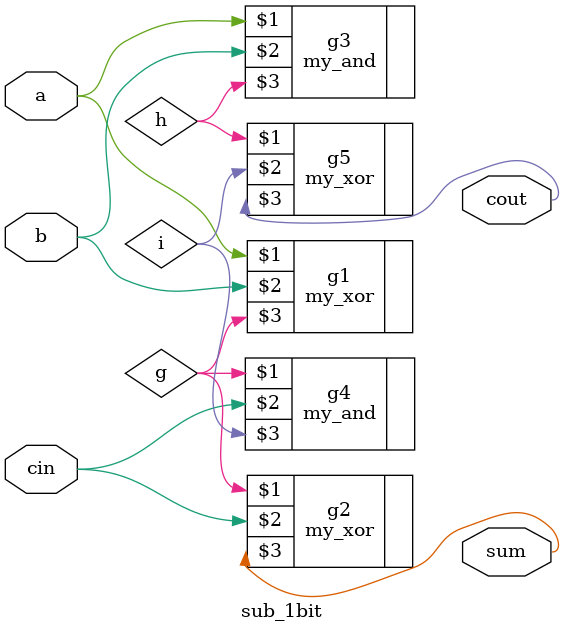
<source format=v>
module sub_1bit(cout, sum, a, b, cin);
output cout, sum;
input a, b, cin;
wire g, h, i;

my_xor g1 (a, b, g);
my_xor g2 (g, cin, sum);
my_and g3 (a, b, h);
my_and g4 (g, cin, i);
my_xor g5 (h,i, cout);

endmodule
</source>
